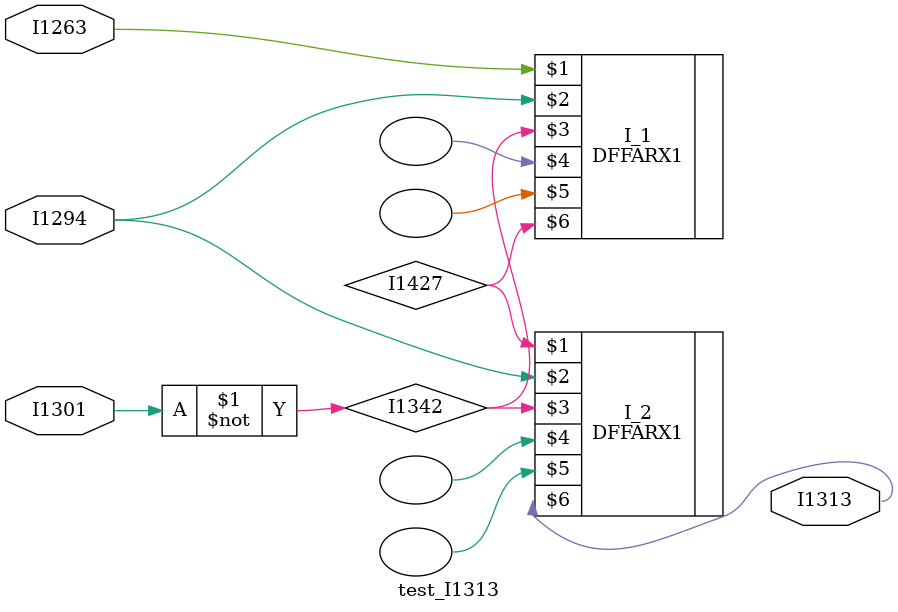
<source format=v>
module test_I1313(I1263,I1294,I1301,I1313);
input I1263,I1294,I1301;
output I1313;
wire I1342,I1427;
not I_0(I1342,I1301);
DFFARX1 I_1(I1263,I1294,I1342,,,I1427,);
DFFARX1 I_2(I1427,I1294,I1342,,,I1313,);
endmodule



</source>
